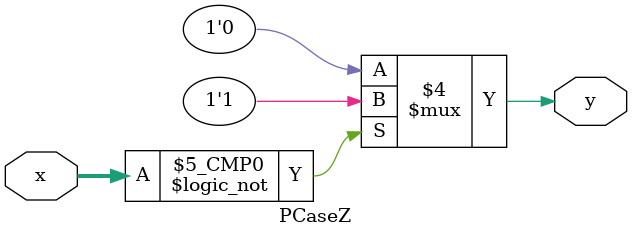
<source format=v>
module PCaseZ (
    input [1:0] x,
    output y
);
    always @(x) begin
        casez (x)
            2'b00: y = 1;
            2'b1Z: y = 0; 
            default: y = 0;
        endcase
    end
endmodule
</source>
